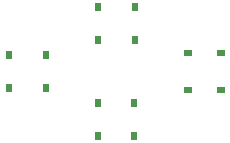
<source format=gbr>
G04 DipTrace 3.1.0.0*
G04 BottomPaste.gbr*
%MOIN*%
G04 #@! TF.FileFunction,Paste,Bot*
G04 #@! TF.Part,Single*
%ADD44R,0.023622X0.025591*%
%ADD45R,0.025591X0.023622*%
%FSLAX26Y26*%
G04*
G70*
G90*
G75*
G01*
G04 BotPaste*
%LPD*%
D44*
X596024Y364331D3*
X473976D3*
X596024Y256063D3*
X473976D3*
X770976Y415669D3*
X893024D3*
X770976Y523937D3*
X893024D3*
X768976Y95669D3*
X891024D3*
X768976Y203937D3*
X891024D3*
D45*
X1071669Y371024D3*
Y248976D3*
X1179937Y371024D3*
Y248976D3*
M02*

</source>
